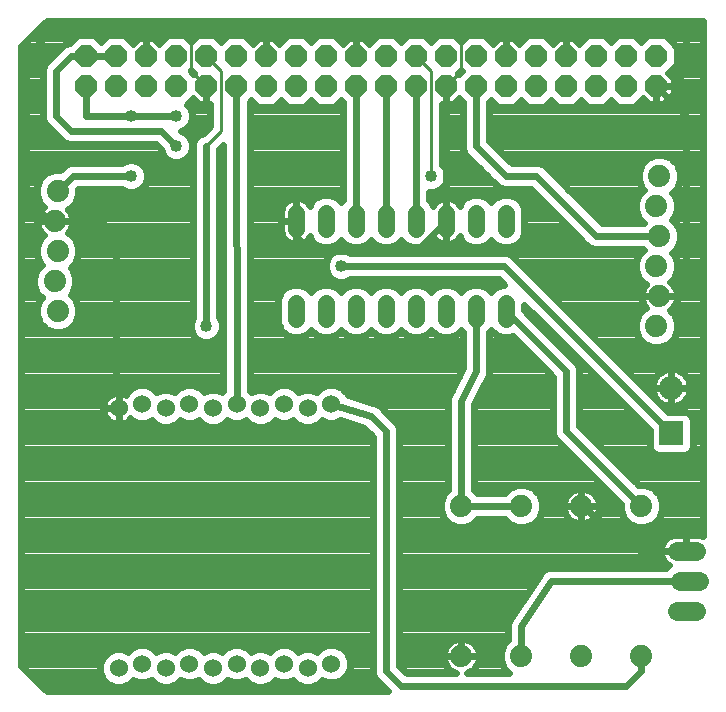
<source format=gbl>
G75*
%MOIN*%
%OFA0B0*%
%FSLAX25Y25*%
%IPPOS*%
%LPD*%
%AMOC8*
5,1,8,0,0,1.08239X$1,22.5*
%
%ADD10C,0.07400*%
%ADD11C,0.05600*%
%ADD12OC8,0.07400*%
%ADD13R,0.08000X0.08000*%
%ADD14C,0.08000*%
%ADD15C,0.06400*%
%ADD16C,0.06000*%
%ADD17C,0.02400*%
%ADD18C,0.01000*%
%ADD19C,0.04000*%
D10*
X0017700Y0132200D03*
X0016700Y0142200D03*
X0017700Y0152200D03*
X0016700Y0162200D03*
X0017700Y0172200D03*
X0152200Y0067200D03*
X0172200Y0067200D03*
X0192200Y0067200D03*
X0212200Y0067200D03*
X0212200Y0017200D03*
X0192200Y0017200D03*
X0172200Y0017200D03*
X0152200Y0017200D03*
X0217200Y0127200D03*
X0218200Y0137200D03*
X0217200Y0147200D03*
X0218200Y0157200D03*
X0217200Y0167200D03*
X0218200Y0177200D03*
D11*
X0167200Y0165000D02*
X0167200Y0159400D01*
X0157200Y0159400D02*
X0157200Y0165000D01*
X0147200Y0165000D02*
X0147200Y0159400D01*
X0137200Y0159400D02*
X0137200Y0165000D01*
X0127200Y0165000D02*
X0127200Y0159400D01*
X0117200Y0159400D02*
X0117200Y0165000D01*
X0107200Y0165000D02*
X0107200Y0159400D01*
X0097200Y0159400D02*
X0097200Y0165000D01*
X0097200Y0135000D02*
X0097200Y0129400D01*
X0107200Y0129400D02*
X0107200Y0135000D01*
X0117200Y0135000D02*
X0117200Y0129400D01*
X0127200Y0129400D02*
X0127200Y0135000D01*
X0137200Y0135000D02*
X0137200Y0129400D01*
X0147200Y0129400D02*
X0147200Y0135000D01*
X0157200Y0135000D02*
X0157200Y0129400D01*
X0167200Y0129400D02*
X0167200Y0135000D01*
D12*
X0167200Y0207200D03*
X0167200Y0217200D03*
X0157200Y0217200D03*
X0157200Y0207200D03*
X0147200Y0207200D03*
X0147200Y0217200D03*
X0137200Y0217200D03*
X0137200Y0207200D03*
X0127200Y0207200D03*
X0127200Y0217200D03*
X0117200Y0217200D03*
X0117200Y0207200D03*
X0107200Y0207200D03*
X0107200Y0217200D03*
X0097200Y0217200D03*
X0097200Y0207200D03*
X0087200Y0207200D03*
X0087200Y0217200D03*
X0077200Y0217200D03*
X0077200Y0207200D03*
X0067200Y0207200D03*
X0067200Y0217200D03*
X0057200Y0217200D03*
X0057200Y0207200D03*
X0047200Y0207200D03*
X0047200Y0217200D03*
X0037200Y0217200D03*
X0037200Y0207200D03*
X0027200Y0207200D03*
X0027200Y0217200D03*
X0177200Y0217200D03*
X0177200Y0207200D03*
X0187200Y0207200D03*
X0187200Y0217200D03*
X0197200Y0217200D03*
X0197200Y0207200D03*
X0207200Y0207200D03*
X0207200Y0217200D03*
X0217200Y0217200D03*
X0217200Y0207200D03*
D13*
X0222200Y0091500D03*
D14*
X0222200Y0106680D03*
D15*
X0224000Y0052200D02*
X0230400Y0052200D01*
X0231400Y0042200D02*
X0225000Y0042200D01*
X0224000Y0032200D02*
X0230400Y0032200D01*
D16*
X0108814Y0014593D03*
X0100940Y0013193D03*
X0093066Y0014593D03*
X0085192Y0013193D03*
X0077318Y0014593D03*
X0069444Y0013193D03*
X0061570Y0014593D03*
X0053696Y0013193D03*
X0045822Y0014593D03*
X0037948Y0013193D03*
X0037948Y0099807D03*
X0045822Y0101207D03*
X0053696Y0099807D03*
X0061570Y0101207D03*
X0069444Y0099807D03*
X0077318Y0101207D03*
X0085192Y0099807D03*
X0093066Y0101207D03*
X0100940Y0099807D03*
X0108814Y0101207D03*
D17*
X0032774Y0009599D02*
X0009801Y0009599D01*
X0007403Y0011997D02*
X0031748Y0011997D01*
X0031748Y0011960D02*
X0032692Y0009681D01*
X0034436Y0007937D01*
X0036715Y0006993D01*
X0039181Y0006993D01*
X0041460Y0007937D01*
X0042699Y0009176D01*
X0044589Y0008393D01*
X0047055Y0008393D01*
X0048945Y0009176D01*
X0050184Y0007937D01*
X0052463Y0006993D01*
X0054929Y0006993D01*
X0057208Y0007937D01*
X0058447Y0009176D01*
X0060337Y0008393D01*
X0062803Y0008393D01*
X0064693Y0009176D01*
X0065932Y0007937D01*
X0068211Y0006993D01*
X0070677Y0006993D01*
X0072956Y0007937D01*
X0074195Y0009176D01*
X0076085Y0008393D01*
X0078551Y0008393D01*
X0080441Y0009176D01*
X0081680Y0007937D01*
X0083959Y0006993D01*
X0086425Y0006993D01*
X0088704Y0007937D01*
X0089943Y0009176D01*
X0091833Y0008393D01*
X0094299Y0008393D01*
X0096189Y0009176D01*
X0097428Y0007937D01*
X0099707Y0006993D01*
X0102173Y0006993D01*
X0104452Y0007937D01*
X0105691Y0009176D01*
X0107581Y0008393D01*
X0110047Y0008393D01*
X0112326Y0009337D01*
X0114070Y0011081D01*
X0115014Y0013360D01*
X0115014Y0015826D01*
X0114070Y0018105D01*
X0112326Y0019849D01*
X0110047Y0020793D01*
X0107581Y0020793D01*
X0105302Y0019849D01*
X0104063Y0018610D01*
X0102173Y0019393D01*
X0099707Y0019393D01*
X0097817Y0018610D01*
X0096578Y0019849D01*
X0094299Y0020793D01*
X0091833Y0020793D01*
X0089554Y0019849D01*
X0088315Y0018610D01*
X0086425Y0019393D01*
X0083959Y0019393D01*
X0082069Y0018610D01*
X0080830Y0019849D01*
X0078551Y0020793D01*
X0076085Y0020793D01*
X0073806Y0019849D01*
X0072567Y0018610D01*
X0070677Y0019393D01*
X0068211Y0019393D01*
X0066321Y0018610D01*
X0065082Y0019849D01*
X0062803Y0020793D01*
X0060337Y0020793D01*
X0058058Y0019849D01*
X0056819Y0018610D01*
X0054929Y0019393D01*
X0052463Y0019393D01*
X0050573Y0018610D01*
X0049334Y0019849D01*
X0047055Y0020793D01*
X0044589Y0020793D01*
X0042310Y0019849D01*
X0041071Y0018610D01*
X0039181Y0019393D01*
X0036715Y0019393D01*
X0034436Y0018449D01*
X0032692Y0016705D01*
X0031748Y0014426D01*
X0031748Y0011960D01*
X0031748Y0014396D02*
X0005400Y0014396D01*
X0005400Y0014000D02*
X0005400Y0220400D01*
X0013961Y0228961D01*
X0232701Y0228961D01*
X0232701Y0057088D01*
X0232473Y0057204D01*
X0231665Y0057467D01*
X0230825Y0057600D01*
X0227200Y0057600D01*
X0227200Y0052200D01*
X0212200Y0052200D01*
X0192200Y0067200D01*
X0192200Y0067200D01*
X0192200Y0073100D01*
X0192664Y0073100D01*
X0193582Y0072955D01*
X0194465Y0072668D01*
X0195292Y0072246D01*
X0196044Y0071700D01*
X0196700Y0071044D01*
X0197246Y0070292D01*
X0197668Y0069465D01*
X0197955Y0068582D01*
X0198100Y0067664D01*
X0198100Y0067200D01*
X0192200Y0067200D01*
X0192200Y0067200D01*
X0192200Y0067200D01*
X0186300Y0067200D01*
X0186300Y0067664D01*
X0186445Y0068582D01*
X0186732Y0069465D01*
X0187154Y0070292D01*
X0187700Y0071044D01*
X0188356Y0071700D01*
X0189108Y0072246D01*
X0189935Y0072668D01*
X0190818Y0072955D01*
X0191736Y0073100D01*
X0192200Y0073100D01*
X0192200Y0067200D01*
X0198100Y0067200D01*
X0198100Y0066736D01*
X0197955Y0065818D01*
X0197668Y0064935D01*
X0197246Y0064108D01*
X0196700Y0063356D01*
X0196044Y0062700D01*
X0195292Y0062154D01*
X0194465Y0061732D01*
X0193582Y0061445D01*
X0192664Y0061300D01*
X0192200Y0061300D01*
X0192200Y0067200D01*
X0192200Y0067200D01*
X0186300Y0067200D01*
X0186300Y0066736D01*
X0186445Y0065818D01*
X0186732Y0064935D01*
X0187154Y0064108D01*
X0187700Y0063356D01*
X0188356Y0062700D01*
X0189108Y0062154D01*
X0189935Y0061732D01*
X0190818Y0061445D01*
X0191736Y0061300D01*
X0192200Y0061300D01*
X0192200Y0067200D01*
X0192200Y0067163D02*
X0192200Y0067163D01*
X0192200Y0069561D02*
X0192200Y0069561D01*
X0192200Y0071960D02*
X0192200Y0071960D01*
X0195686Y0071960D02*
X0201218Y0071960D01*
X0203616Y0069561D02*
X0197619Y0069561D01*
X0198100Y0067163D02*
X0205300Y0067163D01*
X0205300Y0067877D02*
X0205300Y0065827D01*
X0206350Y0063291D01*
X0208291Y0061350D01*
X0210827Y0060300D01*
X0213572Y0060300D01*
X0216109Y0061350D01*
X0218050Y0063291D01*
X0219100Y0065827D01*
X0219100Y0068572D01*
X0218050Y0071109D01*
X0216109Y0073050D01*
X0213572Y0074100D01*
X0211523Y0074100D01*
X0191600Y0094023D01*
X0191600Y0113075D01*
X0190930Y0114692D01*
X0173200Y0132423D01*
X0173200Y0134277D01*
X0215000Y0092477D01*
X0215000Y0086863D01*
X0215487Y0085687D01*
X0216387Y0084787D01*
X0217563Y0084300D01*
X0226837Y0084300D01*
X0228013Y0084787D01*
X0228913Y0085687D01*
X0229400Y0086863D01*
X0229400Y0096137D01*
X0228913Y0097313D01*
X0228013Y0098213D01*
X0226837Y0098700D01*
X0221223Y0098700D01*
X0170230Y0149692D01*
X0168992Y0150930D01*
X0167375Y0151600D01*
X0115154Y0151600D01*
X0115146Y0151608D01*
X0113234Y0152400D01*
X0111166Y0152400D01*
X0109254Y0151608D01*
X0107792Y0150146D01*
X0107000Y0148234D01*
X0107000Y0146166D01*
X0107792Y0144254D01*
X0109254Y0142792D01*
X0111166Y0142000D01*
X0113234Y0142000D01*
X0115146Y0142792D01*
X0115154Y0142800D01*
X0164677Y0142800D01*
X0166477Y0141000D01*
X0166007Y0141000D01*
X0163801Y0140087D01*
X0162200Y0138485D01*
X0160599Y0140087D01*
X0158393Y0141000D01*
X0156007Y0141000D01*
X0153801Y0140087D01*
X0152200Y0138485D01*
X0150599Y0140087D01*
X0148393Y0141000D01*
X0146007Y0141000D01*
X0143801Y0140087D01*
X0142200Y0138485D01*
X0140599Y0140087D01*
X0138393Y0141000D01*
X0136007Y0141000D01*
X0133801Y0140087D01*
X0132200Y0138485D01*
X0130599Y0140087D01*
X0128393Y0141000D01*
X0126007Y0141000D01*
X0123801Y0140087D01*
X0122200Y0138485D01*
X0120599Y0140087D01*
X0118393Y0141000D01*
X0116007Y0141000D01*
X0113801Y0140087D01*
X0112200Y0138485D01*
X0110599Y0140087D01*
X0108393Y0141000D01*
X0106007Y0141000D01*
X0103801Y0140087D01*
X0102200Y0138485D01*
X0100599Y0140087D01*
X0098393Y0141000D01*
X0096007Y0141000D01*
X0093801Y0140087D01*
X0092113Y0138399D01*
X0091200Y0136193D01*
X0091200Y0128207D01*
X0092113Y0126001D01*
X0093801Y0124313D01*
X0096007Y0123400D01*
X0098393Y0123400D01*
X0100599Y0124313D01*
X0102200Y0125915D01*
X0103801Y0124313D01*
X0106007Y0123400D01*
X0108393Y0123400D01*
X0110599Y0124313D01*
X0112200Y0125915D01*
X0113801Y0124313D01*
X0116007Y0123400D01*
X0118393Y0123400D01*
X0120599Y0124313D01*
X0122200Y0125915D01*
X0123801Y0124313D01*
X0126007Y0123400D01*
X0128393Y0123400D01*
X0130599Y0124313D01*
X0132200Y0125915D01*
X0133801Y0124313D01*
X0136007Y0123400D01*
X0138393Y0123400D01*
X0140599Y0124313D01*
X0142200Y0125915D01*
X0143801Y0124313D01*
X0146007Y0123400D01*
X0148393Y0123400D01*
X0150599Y0124313D01*
X0152200Y0125915D01*
X0152800Y0125315D01*
X0152800Y0113239D01*
X0148584Y0104806D01*
X0148470Y0104692D01*
X0148195Y0104028D01*
X0147873Y0103385D01*
X0147862Y0103224D01*
X0147800Y0103075D01*
X0147800Y0102356D01*
X0147749Y0101639D01*
X0147800Y0101486D01*
X0147800Y0072558D01*
X0146350Y0071109D01*
X0145300Y0068572D01*
X0145300Y0065827D01*
X0146350Y0063291D01*
X0148291Y0061350D01*
X0150827Y0060300D01*
X0153572Y0060300D01*
X0156109Y0061350D01*
X0157558Y0062800D01*
X0166842Y0062800D01*
X0168291Y0061350D01*
X0170827Y0060300D01*
X0173572Y0060300D01*
X0176109Y0061350D01*
X0178050Y0063291D01*
X0179100Y0065827D01*
X0179100Y0068572D01*
X0178050Y0071109D01*
X0176109Y0073050D01*
X0173572Y0074100D01*
X0170827Y0074100D01*
X0168291Y0073050D01*
X0166842Y0071600D01*
X0157558Y0071600D01*
X0156600Y0072558D01*
X0156600Y0101161D01*
X0160816Y0109594D01*
X0160930Y0109708D01*
X0161205Y0110372D01*
X0161527Y0111015D01*
X0161538Y0111176D01*
X0161600Y0111325D01*
X0161600Y0112044D01*
X0161651Y0112761D01*
X0161600Y0112914D01*
X0161600Y0125315D01*
X0162200Y0125915D01*
X0163801Y0124313D01*
X0166007Y0123400D01*
X0168393Y0123400D01*
X0169372Y0123805D01*
X0182800Y0110377D01*
X0182800Y0091325D01*
X0183470Y0089708D01*
X0184708Y0088470D01*
X0205300Y0067877D01*
X0205740Y0064764D02*
X0197581Y0064764D01*
X0195584Y0062366D02*
X0207276Y0062366D01*
X0212200Y0067200D02*
X0187200Y0092200D01*
X0187200Y0112200D01*
X0167200Y0132200D01*
X0173700Y0131923D02*
X0175555Y0131923D01*
X0176098Y0129524D02*
X0177953Y0129524D01*
X0178497Y0127126D02*
X0180352Y0127126D01*
X0180895Y0124727D02*
X0182750Y0124727D01*
X0183294Y0122329D02*
X0185149Y0122329D01*
X0185692Y0119930D02*
X0187547Y0119930D01*
X0188091Y0117532D02*
X0189946Y0117532D01*
X0190490Y0115133D02*
X0192344Y0115133D01*
X0191600Y0112734D02*
X0194743Y0112734D01*
X0197141Y0110336D02*
X0191600Y0110336D01*
X0191600Y0107937D02*
X0199540Y0107937D01*
X0201938Y0105539D02*
X0191600Y0105539D01*
X0191600Y0103140D02*
X0204337Y0103140D01*
X0206736Y0100742D02*
X0191600Y0100742D01*
X0191600Y0098343D02*
X0209134Y0098343D01*
X0211533Y0095945D02*
X0191600Y0095945D01*
X0192076Y0093546D02*
X0213931Y0093546D01*
X0215000Y0091148D02*
X0194475Y0091148D01*
X0196873Y0088749D02*
X0215000Y0088749D01*
X0215212Y0086351D02*
X0199272Y0086351D01*
X0201670Y0083952D02*
X0232701Y0083952D01*
X0232701Y0081554D02*
X0204069Y0081554D01*
X0206467Y0079155D02*
X0232701Y0079155D01*
X0232701Y0076757D02*
X0208866Y0076757D01*
X0211264Y0074358D02*
X0232701Y0074358D01*
X0232701Y0071960D02*
X0217198Y0071960D01*
X0218690Y0069561D02*
X0232701Y0069561D01*
X0232701Y0067163D02*
X0219100Y0067163D01*
X0218660Y0064764D02*
X0232701Y0064764D01*
X0232701Y0062366D02*
X0217124Y0062366D01*
X0221170Y0056818D02*
X0220482Y0056319D01*
X0219881Y0055718D01*
X0219382Y0055030D01*
X0218996Y0054273D01*
X0218733Y0053465D01*
X0218600Y0052625D01*
X0218600Y0052200D01*
X0227200Y0052200D01*
X0227200Y0052200D01*
X0227200Y0052200D01*
X0227200Y0057600D01*
X0223575Y0057600D01*
X0222735Y0057467D01*
X0221927Y0057204D01*
X0221170Y0056818D01*
X0223378Y0057569D02*
X0131600Y0057569D01*
X0131600Y0059967D02*
X0232701Y0059967D01*
X0232701Y0057569D02*
X0231022Y0057569D01*
X0227200Y0057569D02*
X0227200Y0057569D01*
X0227200Y0055170D02*
X0227200Y0055170D01*
X0227200Y0052772D02*
X0227200Y0052772D01*
X0227200Y0052200D02*
X0218600Y0052200D01*
X0218600Y0051775D01*
X0218733Y0050935D01*
X0218996Y0050127D01*
X0219382Y0049370D01*
X0219881Y0048682D01*
X0220482Y0048081D01*
X0221170Y0047582D01*
X0221276Y0047527D01*
X0220349Y0046600D01*
X0182631Y0046600D01*
X0182195Y0046686D01*
X0181764Y0046600D01*
X0181325Y0046600D01*
X0180914Y0046430D01*
X0180479Y0046343D01*
X0180114Y0046098D01*
X0179708Y0045930D01*
X0179394Y0045616D01*
X0179024Y0045369D01*
X0178781Y0045003D01*
X0178470Y0044692D01*
X0178300Y0044282D01*
X0168781Y0030003D01*
X0168470Y0029692D01*
X0168300Y0029282D01*
X0168053Y0028912D01*
X0167968Y0028481D01*
X0167800Y0028075D01*
X0167800Y0027631D01*
X0167714Y0027195D01*
X0167800Y0026764D01*
X0167800Y0022558D01*
X0166350Y0021109D01*
X0165300Y0018572D01*
X0165300Y0015827D01*
X0166350Y0013291D01*
X0168042Y0011600D01*
X0154058Y0011600D01*
X0154465Y0011732D01*
X0155292Y0012154D01*
X0156044Y0012700D01*
X0156700Y0013356D01*
X0157246Y0014108D01*
X0157668Y0014935D01*
X0157955Y0015818D01*
X0158100Y0016736D01*
X0158100Y0017200D01*
X0158100Y0017664D01*
X0157955Y0018582D01*
X0157668Y0019465D01*
X0157246Y0020292D01*
X0156700Y0021044D01*
X0156044Y0021700D01*
X0155292Y0022246D01*
X0154465Y0022668D01*
X0153582Y0022955D01*
X0152664Y0023100D01*
X0152200Y0023100D01*
X0152200Y0017200D01*
X0152200Y0017200D01*
X0158100Y0017200D01*
X0152200Y0017200D01*
X0152200Y0017200D01*
X0152200Y0017200D01*
X0146300Y0017200D01*
X0146300Y0017664D01*
X0146445Y0018582D01*
X0146732Y0019465D01*
X0147154Y0020292D01*
X0147700Y0021044D01*
X0148356Y0021700D01*
X0149108Y0022246D01*
X0149935Y0022668D01*
X0150818Y0022955D01*
X0151736Y0023100D01*
X0152200Y0023100D01*
X0152200Y0017200D01*
X0146300Y0017200D01*
X0146300Y0016736D01*
X0146445Y0015818D01*
X0146732Y0014935D01*
X0147154Y0014108D01*
X0147700Y0013356D01*
X0148356Y0012700D01*
X0149108Y0012154D01*
X0149935Y0011732D01*
X0150342Y0011600D01*
X0134023Y0011600D01*
X0131600Y0014023D01*
X0131600Y0093075D01*
X0130930Y0094692D01*
X0125767Y0099856D01*
X0125657Y0100059D01*
X0125153Y0100470D01*
X0124692Y0100930D01*
X0124479Y0101018D01*
X0124300Y0101164D01*
X0123677Y0101351D01*
X0123075Y0101600D01*
X0122844Y0101600D01*
X0114303Y0104157D01*
X0114070Y0104719D01*
X0112326Y0106463D01*
X0110047Y0107407D01*
X0107581Y0107407D01*
X0105302Y0106463D01*
X0104063Y0105224D01*
X0102173Y0106007D01*
X0099707Y0106007D01*
X0097817Y0105224D01*
X0096578Y0106463D01*
X0094299Y0107407D01*
X0091833Y0107407D01*
X0089554Y0106463D01*
X0088315Y0105224D01*
X0086425Y0106007D01*
X0083959Y0106007D01*
X0082069Y0105224D01*
X0081713Y0105580D01*
X0081606Y0201848D01*
X0082200Y0202442D01*
X0084342Y0200300D01*
X0090058Y0200300D01*
X0092200Y0202442D01*
X0094342Y0200300D01*
X0100058Y0200300D01*
X0102200Y0202442D01*
X0104342Y0200300D01*
X0110058Y0200300D01*
X0112200Y0202442D01*
X0112800Y0201842D01*
X0112800Y0169085D01*
X0112200Y0168485D01*
X0110599Y0170087D01*
X0108393Y0171000D01*
X0106007Y0171000D01*
X0103801Y0170087D01*
X0102113Y0168399D01*
X0101650Y0167280D01*
X0101476Y0167621D01*
X0101014Y0168257D01*
X0100457Y0168814D01*
X0099821Y0169276D01*
X0099119Y0169634D01*
X0098371Y0169877D01*
X0097594Y0170000D01*
X0097200Y0170000D01*
X0097200Y0162200D01*
X0097200Y0157200D01*
X0102200Y0152200D01*
X0137200Y0152200D01*
X0147200Y0162200D01*
X0147200Y0207200D01*
X0147200Y0201300D01*
X0149644Y0201300D01*
X0151493Y0203149D01*
X0152800Y0201842D01*
X0152800Y0186325D01*
X0153470Y0184708D01*
X0163470Y0174708D01*
X0164708Y0173470D01*
X0166325Y0172800D01*
X0175377Y0172800D01*
X0193470Y0154708D01*
X0194708Y0153470D01*
X0196325Y0152800D01*
X0212842Y0152800D01*
X0212942Y0152700D01*
X0211350Y0151109D01*
X0210300Y0148572D01*
X0210300Y0145827D01*
X0211350Y0143291D01*
X0213291Y0141350D01*
X0213797Y0141141D01*
X0213700Y0141044D01*
X0213154Y0140292D01*
X0212732Y0139465D01*
X0212445Y0138582D01*
X0212300Y0137664D01*
X0212300Y0137200D01*
X0218200Y0137200D01*
X0227200Y0137200D01*
X0227200Y0197200D01*
X0217200Y0207200D01*
X0222200Y0207200D01*
X0227200Y0212200D01*
X0227200Y0222200D01*
X0222200Y0227200D01*
X0192200Y0227200D01*
X0187200Y0222200D01*
X0182200Y0227200D01*
X0172200Y0227200D01*
X0167200Y0222200D01*
X0167200Y0217200D01*
X0167200Y0217200D01*
X0167200Y0223100D01*
X0169644Y0223100D01*
X0171493Y0221251D01*
X0174342Y0224100D01*
X0180058Y0224100D01*
X0182907Y0221251D01*
X0184756Y0223100D01*
X0187200Y0223100D01*
X0187200Y0217200D01*
X0187200Y0222200D01*
X0187200Y0223066D02*
X0187200Y0223066D01*
X0187200Y0223100D02*
X0187200Y0217200D01*
X0187200Y0217200D01*
X0187200Y0218269D02*
X0187200Y0218269D01*
X0187200Y0220668D02*
X0187200Y0220668D01*
X0187200Y0223100D02*
X0189644Y0223100D01*
X0191493Y0221251D01*
X0194342Y0224100D01*
X0200058Y0224100D01*
X0202200Y0221958D01*
X0204342Y0224100D01*
X0210058Y0224100D01*
X0212200Y0221958D01*
X0214342Y0224100D01*
X0220058Y0224100D01*
X0224100Y0220058D01*
X0224100Y0214342D01*
X0221251Y0211493D01*
X0223100Y0209644D01*
X0223100Y0207200D01*
X0217200Y0207200D01*
X0217200Y0207200D01*
X0223100Y0207200D01*
X0223100Y0204756D01*
X0219644Y0201300D01*
X0217200Y0201300D01*
X0217200Y0207200D01*
X0217200Y0207200D01*
X0217200Y0201300D01*
X0214756Y0201300D01*
X0212907Y0203149D01*
X0210058Y0200300D01*
X0204342Y0200300D01*
X0202200Y0202442D01*
X0200058Y0200300D01*
X0194342Y0200300D01*
X0192200Y0202442D01*
X0190058Y0200300D01*
X0184342Y0200300D01*
X0182200Y0202442D01*
X0180058Y0200300D01*
X0174342Y0200300D01*
X0172200Y0202442D01*
X0170058Y0200300D01*
X0164342Y0200300D01*
X0162200Y0202442D01*
X0161600Y0201842D01*
X0161600Y0189023D01*
X0169023Y0181600D01*
X0178075Y0181600D01*
X0179692Y0180930D01*
X0199023Y0161600D01*
X0212842Y0161600D01*
X0212942Y0161700D01*
X0211350Y0163291D01*
X0210300Y0165827D01*
X0210300Y0168572D01*
X0211350Y0171109D01*
X0212942Y0172700D01*
X0212350Y0173291D01*
X0211300Y0175827D01*
X0211300Y0178572D01*
X0212350Y0181109D01*
X0214291Y0183050D01*
X0216827Y0184100D01*
X0219572Y0184100D01*
X0222109Y0183050D01*
X0224050Y0181109D01*
X0225100Y0178572D01*
X0225100Y0175827D01*
X0224050Y0173291D01*
X0222458Y0171700D01*
X0223050Y0171109D01*
X0224100Y0168572D01*
X0224100Y0165827D01*
X0223050Y0163291D01*
X0222458Y0162700D01*
X0224050Y0161109D01*
X0225100Y0158572D01*
X0225100Y0155827D01*
X0224050Y0153291D01*
X0222458Y0151700D01*
X0223050Y0151109D01*
X0224100Y0148572D01*
X0224100Y0145827D01*
X0223050Y0143291D01*
X0221705Y0141947D01*
X0222044Y0141700D01*
X0222700Y0141044D01*
X0223246Y0140292D01*
X0223668Y0139465D01*
X0223955Y0138582D01*
X0224100Y0137664D01*
X0224100Y0137200D01*
X0218200Y0137200D01*
X0218200Y0137200D01*
X0224100Y0137200D01*
X0224100Y0136736D01*
X0223955Y0135818D01*
X0223668Y0134935D01*
X0223246Y0134108D01*
X0222700Y0133356D01*
X0222044Y0132700D01*
X0221705Y0132453D01*
X0223050Y0131109D01*
X0224100Y0128572D01*
X0224100Y0125827D01*
X0223050Y0123291D01*
X0221109Y0121350D01*
X0218572Y0120300D01*
X0215827Y0120300D01*
X0213291Y0121350D01*
X0211350Y0123291D01*
X0210300Y0125827D01*
X0210300Y0128572D01*
X0211350Y0131109D01*
X0213291Y0133050D01*
X0213797Y0133259D01*
X0213700Y0133356D01*
X0213154Y0134108D01*
X0212732Y0134935D01*
X0212445Y0135818D01*
X0212300Y0136736D01*
X0212300Y0137200D01*
X0218200Y0137200D01*
X0218200Y0137200D01*
X0212620Y0139118D02*
X0180804Y0139118D01*
X0178406Y0141517D02*
X0213125Y0141517D01*
X0211092Y0143915D02*
X0176007Y0143915D01*
X0173609Y0146314D02*
X0210300Y0146314D01*
X0210358Y0148712D02*
X0171210Y0148712D01*
X0168557Y0151111D02*
X0211353Y0151111D01*
X0218200Y0157200D02*
X0197200Y0157200D01*
X0177200Y0177200D01*
X0167200Y0177200D01*
X0157200Y0187200D01*
X0157200Y0207200D01*
X0152442Y0212200D02*
X0151493Y0211251D01*
X0151251Y0211493D01*
X0152200Y0212442D01*
X0152442Y0212200D01*
X0147200Y0207200D02*
X0147200Y0207200D01*
X0147200Y0201300D01*
X0145900Y0201300D01*
X0145900Y0180854D01*
X0146608Y0180146D01*
X0147400Y0178234D01*
X0147400Y0176166D01*
X0146608Y0174254D01*
X0145146Y0172792D01*
X0143234Y0172000D01*
X0141600Y0172000D01*
X0141600Y0169085D01*
X0142287Y0168399D01*
X0142750Y0167280D01*
X0142924Y0167621D01*
X0143386Y0168257D01*
X0143943Y0168814D01*
X0144579Y0169276D01*
X0145281Y0169634D01*
X0146029Y0169877D01*
X0146806Y0170000D01*
X0147200Y0170000D01*
X0147200Y0162200D01*
X0147200Y0162200D01*
X0147200Y0170000D01*
X0147594Y0170000D01*
X0148371Y0169877D01*
X0149119Y0169634D01*
X0149821Y0169276D01*
X0150457Y0168814D01*
X0151014Y0168257D01*
X0151476Y0167621D01*
X0151650Y0167280D01*
X0152113Y0168399D01*
X0153801Y0170087D01*
X0156007Y0171000D01*
X0158393Y0171000D01*
X0160599Y0170087D01*
X0162200Y0168485D01*
X0163801Y0170087D01*
X0166007Y0171000D01*
X0168393Y0171000D01*
X0170599Y0170087D01*
X0172287Y0168399D01*
X0173200Y0166193D01*
X0173200Y0158207D01*
X0172287Y0156001D01*
X0170599Y0154313D01*
X0168393Y0153400D01*
X0166007Y0153400D01*
X0163801Y0154313D01*
X0162200Y0155915D01*
X0160599Y0154313D01*
X0158393Y0153400D01*
X0156007Y0153400D01*
X0153801Y0154313D01*
X0152113Y0156001D01*
X0151650Y0157120D01*
X0151476Y0156779D01*
X0151014Y0156143D01*
X0150457Y0155586D01*
X0149821Y0155124D01*
X0149119Y0154766D01*
X0148371Y0154523D01*
X0147594Y0154400D01*
X0147200Y0154400D01*
X0147200Y0162200D01*
X0147200Y0162200D01*
X0147200Y0154400D01*
X0146806Y0154400D01*
X0146029Y0154523D01*
X0145281Y0154766D01*
X0144579Y0155124D01*
X0143943Y0155586D01*
X0143386Y0156143D01*
X0142924Y0156779D01*
X0142750Y0157120D01*
X0142287Y0156001D01*
X0140599Y0154313D01*
X0138393Y0153400D01*
X0136007Y0153400D01*
X0133801Y0154313D01*
X0132200Y0155915D01*
X0130599Y0154313D01*
X0128393Y0153400D01*
X0126007Y0153400D01*
X0123801Y0154313D01*
X0122200Y0155915D01*
X0120599Y0154313D01*
X0118393Y0153400D01*
X0116007Y0153400D01*
X0113801Y0154313D01*
X0112200Y0155915D01*
X0110599Y0154313D01*
X0108393Y0153400D01*
X0106007Y0153400D01*
X0103801Y0154313D01*
X0102113Y0156001D01*
X0101650Y0157120D01*
X0101476Y0156779D01*
X0101014Y0156143D01*
X0100457Y0155586D01*
X0099821Y0155124D01*
X0099119Y0154766D01*
X0098371Y0154523D01*
X0097594Y0154400D01*
X0097200Y0154400D01*
X0097200Y0162200D01*
X0097200Y0162200D01*
X0097200Y0162200D01*
X0097200Y0162200D01*
X0092200Y0162200D01*
X0092200Y0165394D01*
X0092323Y0166171D01*
X0092566Y0166919D01*
X0092924Y0167621D01*
X0093386Y0168257D01*
X0093943Y0168814D01*
X0094579Y0169276D01*
X0095281Y0169634D01*
X0096029Y0169877D01*
X0096806Y0170000D01*
X0097200Y0170000D01*
X0097200Y0162200D01*
X0097200Y0154400D01*
X0096806Y0154400D01*
X0096029Y0154523D01*
X0095281Y0154766D01*
X0094579Y0155124D01*
X0093943Y0155586D01*
X0093386Y0156143D01*
X0092924Y0156779D01*
X0092566Y0157481D01*
X0092323Y0158229D01*
X0092200Y0159006D01*
X0092200Y0162200D01*
X0097200Y0162200D01*
X0097200Y0163103D02*
X0097200Y0163103D01*
X0097200Y0160705D02*
X0097200Y0160705D01*
X0097200Y0158306D02*
X0097200Y0158306D01*
X0097200Y0155908D02*
X0097200Y0155908D01*
X0093621Y0155908D02*
X0081657Y0155908D01*
X0081654Y0158306D02*
X0092311Y0158306D01*
X0092200Y0160705D02*
X0081652Y0160705D01*
X0081649Y0163103D02*
X0092200Y0163103D01*
X0092217Y0165502D02*
X0081646Y0165502D01*
X0081644Y0167900D02*
X0093127Y0167900D01*
X0097200Y0167900D02*
X0097200Y0167900D01*
X0097200Y0165502D02*
X0097200Y0165502D01*
X0101273Y0167900D02*
X0101907Y0167900D01*
X0104314Y0170299D02*
X0081641Y0170299D01*
X0081638Y0172697D02*
X0112800Y0172697D01*
X0112800Y0170299D02*
X0110086Y0170299D01*
X0112800Y0175096D02*
X0081636Y0175096D01*
X0081633Y0177494D02*
X0112800Y0177494D01*
X0112800Y0179893D02*
X0081630Y0179893D01*
X0081628Y0182291D02*
X0112800Y0182291D01*
X0112800Y0184690D02*
X0081625Y0184690D01*
X0081622Y0187088D02*
X0112800Y0187088D01*
X0112800Y0189487D02*
X0081620Y0189487D01*
X0081617Y0191885D02*
X0112800Y0191885D01*
X0112800Y0194284D02*
X0081614Y0194284D01*
X0081612Y0196682D02*
X0112800Y0196682D01*
X0112800Y0199081D02*
X0081609Y0199081D01*
X0081606Y0201479D02*
X0083163Y0201479D01*
X0091237Y0201479D02*
X0093163Y0201479D01*
X0101237Y0201479D02*
X0103163Y0201479D01*
X0111237Y0201479D02*
X0112800Y0201479D01*
X0117200Y0207200D02*
X0117200Y0162200D01*
X0122193Y0155908D02*
X0122207Y0155908D01*
X0125743Y0153509D02*
X0118657Y0153509D01*
X0115743Y0153509D02*
X0108657Y0153509D01*
X0108757Y0151111D02*
X0081663Y0151111D01*
X0081660Y0153509D02*
X0105743Y0153509D01*
X0102207Y0155908D02*
X0100779Y0155908D01*
X0107198Y0148712D02*
X0081665Y0148712D01*
X0081668Y0146314D02*
X0107000Y0146314D01*
X0108131Y0143915D02*
X0081671Y0143915D01*
X0081673Y0141517D02*
X0165961Y0141517D01*
X0162833Y0139118D02*
X0161567Y0139118D01*
X0157200Y0132200D02*
X0157200Y0112200D01*
X0152200Y0102200D01*
X0152200Y0067200D01*
X0172200Y0067200D01*
X0177124Y0062366D02*
X0188816Y0062366D01*
X0186819Y0064764D02*
X0178660Y0064764D01*
X0179100Y0067163D02*
X0186300Y0067163D01*
X0186781Y0069561D02*
X0178690Y0069561D01*
X0177198Y0071960D02*
X0188714Y0071960D01*
X0192200Y0064764D02*
X0192200Y0064764D01*
X0192200Y0062366D02*
X0192200Y0062366D01*
X0198819Y0074358D02*
X0156600Y0074358D01*
X0156600Y0076757D02*
X0196421Y0076757D01*
X0194022Y0079155D02*
X0156600Y0079155D01*
X0156600Y0081554D02*
X0191624Y0081554D01*
X0189225Y0083952D02*
X0156600Y0083952D01*
X0156600Y0086351D02*
X0186827Y0086351D01*
X0184428Y0088749D02*
X0156600Y0088749D01*
X0156600Y0091148D02*
X0182873Y0091148D01*
X0182800Y0093546D02*
X0156600Y0093546D01*
X0156600Y0095945D02*
X0182800Y0095945D01*
X0182800Y0098343D02*
X0156600Y0098343D01*
X0156600Y0100742D02*
X0182800Y0100742D01*
X0182800Y0103140D02*
X0157590Y0103140D01*
X0158789Y0105539D02*
X0182800Y0105539D01*
X0182800Y0107937D02*
X0159988Y0107937D01*
X0161190Y0110336D02*
X0182800Y0110336D01*
X0180443Y0112734D02*
X0161649Y0112734D01*
X0161600Y0115133D02*
X0178044Y0115133D01*
X0175646Y0117532D02*
X0161600Y0117532D01*
X0161600Y0119930D02*
X0173247Y0119930D01*
X0170849Y0122329D02*
X0161600Y0122329D01*
X0161600Y0124727D02*
X0163388Y0124727D01*
X0152800Y0124727D02*
X0151012Y0124727D01*
X0152800Y0122329D02*
X0081695Y0122329D01*
X0081692Y0124727D02*
X0093388Y0124727D01*
X0091648Y0127126D02*
X0081689Y0127126D01*
X0081687Y0129524D02*
X0091200Y0129524D01*
X0091200Y0131923D02*
X0081684Y0131923D01*
X0081681Y0134321D02*
X0091200Y0134321D01*
X0091418Y0136720D02*
X0081679Y0136720D01*
X0081676Y0139118D02*
X0092833Y0139118D01*
X0101567Y0139118D02*
X0102833Y0139118D01*
X0111567Y0139118D02*
X0112833Y0139118D01*
X0112200Y0147200D02*
X0166500Y0147200D01*
X0222200Y0091500D01*
X0227697Y0098343D02*
X0232701Y0098343D01*
X0232701Y0095945D02*
X0229400Y0095945D01*
X0229400Y0093546D02*
X0232701Y0093546D01*
X0232701Y0091148D02*
X0229400Y0091148D01*
X0229400Y0088749D02*
X0232701Y0088749D01*
X0232701Y0086351D02*
X0229188Y0086351D01*
X0232701Y0100742D02*
X0223990Y0100742D01*
X0223652Y0100632D02*
X0224580Y0100934D01*
X0225450Y0101377D01*
X0226239Y0101950D01*
X0226929Y0102640D01*
X0227503Y0103430D01*
X0227946Y0104300D01*
X0228247Y0105228D01*
X0228400Y0106192D01*
X0228400Y0106679D01*
X0222200Y0106679D01*
X0222200Y0100480D01*
X0222200Y0106679D01*
X0222200Y0106679D01*
X0216000Y0106679D01*
X0216000Y0106192D01*
X0216153Y0105228D01*
X0216454Y0104300D01*
X0216897Y0103430D01*
X0217471Y0102640D01*
X0218161Y0101950D01*
X0218950Y0101377D01*
X0219820Y0100934D01*
X0220748Y0100632D01*
X0221712Y0100480D01*
X0222200Y0100480D01*
X0222688Y0100480D01*
X0223652Y0100632D01*
X0222200Y0100742D02*
X0222200Y0100742D01*
X0220410Y0100742D02*
X0219181Y0100742D01*
X0217108Y0103140D02*
X0216782Y0103140D01*
X0216103Y0105539D02*
X0214384Y0105539D01*
X0216000Y0106680D02*
X0222200Y0106680D01*
X0222200Y0112880D01*
X0221712Y0112880D01*
X0220748Y0112727D01*
X0219820Y0112425D01*
X0218950Y0111982D01*
X0218161Y0111409D01*
X0217471Y0110719D01*
X0216897Y0109929D01*
X0216454Y0109059D01*
X0216153Y0108131D01*
X0216000Y0107167D01*
X0216000Y0106680D01*
X0216122Y0107937D02*
X0211985Y0107937D01*
X0209587Y0110336D02*
X0217193Y0110336D01*
X0220796Y0112734D02*
X0207188Y0112734D01*
X0204790Y0115133D02*
X0232701Y0115133D01*
X0232701Y0112734D02*
X0223604Y0112734D01*
X0223652Y0112727D02*
X0222688Y0112880D01*
X0222200Y0112880D01*
X0222200Y0106680D01*
X0222200Y0106680D01*
X0222200Y0106679D01*
X0222200Y0106680D01*
X0228400Y0106680D01*
X0228400Y0107167D01*
X0228247Y0108131D01*
X0227946Y0109059D01*
X0227503Y0109929D01*
X0226929Y0110719D01*
X0226239Y0111409D01*
X0225450Y0111982D01*
X0224580Y0112425D01*
X0223652Y0112727D01*
X0222200Y0112734D02*
X0222200Y0112734D01*
X0222200Y0110336D02*
X0222200Y0110336D01*
X0222200Y0107937D02*
X0222200Y0107937D01*
X0222200Y0105539D02*
X0222200Y0105539D01*
X0222200Y0103140D02*
X0222200Y0103140D01*
X0227292Y0103140D02*
X0232701Y0103140D01*
X0232701Y0105539D02*
X0228297Y0105539D01*
X0228278Y0107937D02*
X0232701Y0107937D01*
X0232701Y0110336D02*
X0227207Y0110336D01*
X0232701Y0117532D02*
X0202391Y0117532D01*
X0199992Y0119930D02*
X0232701Y0119930D01*
X0232701Y0122329D02*
X0222087Y0122329D01*
X0223644Y0124727D02*
X0232701Y0124727D01*
X0232701Y0127126D02*
X0224100Y0127126D01*
X0223706Y0129524D02*
X0232701Y0129524D01*
X0232701Y0131923D02*
X0222235Y0131923D01*
X0223355Y0134321D02*
X0232701Y0134321D01*
X0232701Y0136720D02*
X0224097Y0136720D01*
X0223780Y0139118D02*
X0232701Y0139118D01*
X0232701Y0141517D02*
X0222227Y0141517D01*
X0223308Y0143915D02*
X0232701Y0143915D01*
X0232701Y0146314D02*
X0224100Y0146314D01*
X0224042Y0148712D02*
X0232701Y0148712D01*
X0232701Y0151111D02*
X0223047Y0151111D01*
X0224140Y0153509D02*
X0232701Y0153509D01*
X0232701Y0155908D02*
X0225100Y0155908D01*
X0225100Y0158306D02*
X0232701Y0158306D01*
X0232701Y0160705D02*
X0224217Y0160705D01*
X0222861Y0163103D02*
X0232701Y0163103D01*
X0232701Y0165502D02*
X0223965Y0165502D01*
X0224100Y0167900D02*
X0232701Y0167900D01*
X0232701Y0170299D02*
X0223385Y0170299D01*
X0223455Y0172697D02*
X0232701Y0172697D01*
X0232701Y0175096D02*
X0224797Y0175096D01*
X0225100Y0177494D02*
X0232701Y0177494D01*
X0232701Y0179893D02*
X0224553Y0179893D01*
X0222867Y0182291D02*
X0232701Y0182291D01*
X0232701Y0184690D02*
X0165933Y0184690D01*
X0168331Y0182291D02*
X0213533Y0182291D01*
X0211847Y0179893D02*
X0180730Y0179893D01*
X0183128Y0177494D02*
X0211300Y0177494D01*
X0211603Y0175096D02*
X0185527Y0175096D01*
X0187925Y0172697D02*
X0212939Y0172697D01*
X0211015Y0170299D02*
X0190324Y0170299D01*
X0192722Y0167900D02*
X0210300Y0167900D01*
X0210435Y0165502D02*
X0195121Y0165502D01*
X0197519Y0163103D02*
X0211539Y0163103D01*
X0194668Y0153509D02*
X0168657Y0153509D01*
X0165743Y0153509D02*
X0158657Y0153509D01*
X0155743Y0153509D02*
X0138657Y0153509D01*
X0142193Y0155908D02*
X0143621Y0155908D01*
X0147200Y0155908D02*
X0147200Y0155908D01*
X0147200Y0158306D02*
X0147200Y0158306D01*
X0147200Y0160705D02*
X0147200Y0160705D01*
X0147200Y0163103D02*
X0147200Y0163103D01*
X0147200Y0165502D02*
X0147200Y0165502D01*
X0147200Y0167900D02*
X0147200Y0167900D01*
X0143127Y0167900D02*
X0142493Y0167900D01*
X0141600Y0170299D02*
X0154314Y0170299D01*
X0151907Y0167900D02*
X0151273Y0167900D01*
X0144918Y0172697D02*
X0175480Y0172697D01*
X0177879Y0170299D02*
X0170086Y0170299D01*
X0172493Y0167900D02*
X0180277Y0167900D01*
X0182676Y0165502D02*
X0173200Y0165502D01*
X0173200Y0163103D02*
X0185074Y0163103D01*
X0187473Y0160705D02*
X0173200Y0160705D01*
X0173200Y0158306D02*
X0189871Y0158306D01*
X0192270Y0155908D02*
X0172193Y0155908D01*
X0162207Y0155908D02*
X0162193Y0155908D01*
X0152207Y0155908D02*
X0150779Y0155908D01*
X0137200Y0162200D02*
X0137200Y0207200D01*
X0127200Y0207200D02*
X0127200Y0162200D01*
X0132193Y0155908D02*
X0132207Y0155908D01*
X0135743Y0153509D02*
X0128657Y0153509D01*
X0131567Y0139118D02*
X0132833Y0139118D01*
X0141567Y0139118D02*
X0142833Y0139118D01*
X0151567Y0139118D02*
X0152833Y0139118D01*
X0143388Y0124727D02*
X0141012Y0124727D01*
X0133388Y0124727D02*
X0131012Y0124727D01*
X0123388Y0124727D02*
X0121012Y0124727D01*
X0113388Y0124727D02*
X0111012Y0124727D01*
X0103388Y0124727D02*
X0101012Y0124727D01*
X0103304Y0105539D02*
X0104378Y0105539D01*
X0098577Y0105539D02*
X0097502Y0105539D01*
X0088630Y0105539D02*
X0087555Y0105539D01*
X0082829Y0105539D02*
X0081754Y0105539D01*
X0081711Y0107937D02*
X0150149Y0107937D01*
X0148950Y0105539D02*
X0113250Y0105539D01*
X0117698Y0103140D02*
X0147827Y0103140D01*
X0147800Y0100742D02*
X0124881Y0100742D01*
X0127279Y0098343D02*
X0147800Y0098343D01*
X0147800Y0095945D02*
X0129678Y0095945D01*
X0131405Y0093546D02*
X0147800Y0093546D01*
X0147800Y0091148D02*
X0131600Y0091148D01*
X0131600Y0088749D02*
X0147800Y0088749D01*
X0147800Y0086351D02*
X0131600Y0086351D01*
X0131600Y0083952D02*
X0147800Y0083952D01*
X0147800Y0081554D02*
X0131600Y0081554D01*
X0131600Y0079155D02*
X0147800Y0079155D01*
X0147800Y0076757D02*
X0131600Y0076757D01*
X0131600Y0074358D02*
X0147800Y0074358D01*
X0147202Y0071960D02*
X0131600Y0071960D01*
X0131600Y0069561D02*
X0145710Y0069561D01*
X0145300Y0067163D02*
X0131600Y0067163D01*
X0131600Y0064764D02*
X0145740Y0064764D01*
X0147276Y0062366D02*
X0131600Y0062366D01*
X0131600Y0055170D02*
X0219483Y0055170D01*
X0218623Y0052772D02*
X0131600Y0052772D01*
X0131600Y0050373D02*
X0218916Y0050373D01*
X0220629Y0047975D02*
X0131600Y0047975D01*
X0131600Y0045576D02*
X0179334Y0045576D01*
X0177564Y0043178D02*
X0131600Y0043178D01*
X0131600Y0040779D02*
X0175965Y0040779D01*
X0174366Y0038381D02*
X0131600Y0038381D01*
X0131600Y0035982D02*
X0172767Y0035982D01*
X0171168Y0033584D02*
X0131600Y0033584D01*
X0131600Y0031185D02*
X0169569Y0031185D01*
X0168029Y0028787D02*
X0131600Y0028787D01*
X0131600Y0026388D02*
X0167800Y0026388D01*
X0167800Y0023990D02*
X0131600Y0023990D01*
X0131600Y0021591D02*
X0148247Y0021591D01*
X0146644Y0019193D02*
X0131600Y0019193D01*
X0131600Y0016794D02*
X0146300Y0016794D01*
X0147007Y0014396D02*
X0131600Y0014396D01*
X0133625Y0011997D02*
X0149416Y0011997D01*
X0154984Y0011997D02*
X0167645Y0011997D01*
X0165893Y0014396D02*
X0157393Y0014396D01*
X0158100Y0016794D02*
X0165300Y0016794D01*
X0165557Y0019193D02*
X0157756Y0019193D01*
X0156153Y0021591D02*
X0166833Y0021591D01*
X0172200Y0017200D02*
X0172200Y0027200D01*
X0182200Y0042200D01*
X0228200Y0042200D01*
X0212200Y0017200D02*
X0212200Y0012200D01*
X0207200Y0007200D01*
X0132200Y0007200D01*
X0127200Y0012200D01*
X0127200Y0092200D01*
X0122200Y0097200D01*
X0108814Y0101207D01*
X0111782Y0095726D02*
X0119874Y0093303D01*
X0122800Y0090377D01*
X0122800Y0011325D01*
X0123470Y0009708D01*
X0124708Y0008470D01*
X0127777Y0005400D01*
X0014000Y0005400D01*
X0005400Y0014000D01*
X0005400Y0016794D02*
X0032781Y0016794D01*
X0036231Y0019193D02*
X0005400Y0019193D01*
X0005400Y0021591D02*
X0122800Y0021591D01*
X0122800Y0019193D02*
X0112983Y0019193D01*
X0114613Y0016794D02*
X0122800Y0016794D01*
X0122800Y0014396D02*
X0115014Y0014396D01*
X0114450Y0011997D02*
X0122800Y0011997D01*
X0123579Y0009599D02*
X0112588Y0009599D01*
X0102673Y0007200D02*
X0125977Y0007200D01*
X0124708Y0008470D02*
X0124708Y0008470D01*
X0122800Y0023990D02*
X0005400Y0023990D01*
X0005400Y0026388D02*
X0122800Y0026388D01*
X0122800Y0028787D02*
X0005400Y0028787D01*
X0005400Y0031185D02*
X0122800Y0031185D01*
X0122800Y0033584D02*
X0005400Y0033584D01*
X0005400Y0035982D02*
X0122800Y0035982D01*
X0122800Y0038381D02*
X0005400Y0038381D01*
X0005400Y0040779D02*
X0122800Y0040779D01*
X0122800Y0043178D02*
X0005400Y0043178D01*
X0005400Y0045576D02*
X0122800Y0045576D01*
X0122800Y0047975D02*
X0005400Y0047975D01*
X0005400Y0050373D02*
X0122800Y0050373D01*
X0122800Y0052772D02*
X0005400Y0052772D01*
X0005400Y0055170D02*
X0122800Y0055170D01*
X0122800Y0057569D02*
X0005400Y0057569D01*
X0005400Y0059967D02*
X0122800Y0059967D01*
X0122800Y0062366D02*
X0005400Y0062366D01*
X0005400Y0064764D02*
X0122800Y0064764D01*
X0122800Y0067163D02*
X0005400Y0067163D01*
X0005400Y0069561D02*
X0122800Y0069561D01*
X0122800Y0071960D02*
X0005400Y0071960D01*
X0005400Y0074358D02*
X0122800Y0074358D01*
X0122800Y0076757D02*
X0005400Y0076757D01*
X0005400Y0079155D02*
X0122800Y0079155D01*
X0122800Y0081554D02*
X0005400Y0081554D01*
X0005400Y0083952D02*
X0122800Y0083952D01*
X0122800Y0086351D02*
X0005400Y0086351D01*
X0005400Y0088749D02*
X0122800Y0088749D01*
X0122030Y0091148D02*
X0005400Y0091148D01*
X0005400Y0093546D02*
X0119062Y0093546D01*
X0111782Y0095726D02*
X0110047Y0095007D01*
X0107581Y0095007D01*
X0105691Y0095790D01*
X0104452Y0094551D01*
X0102173Y0093607D01*
X0099707Y0093607D01*
X0097428Y0094551D01*
X0096189Y0095790D01*
X0094299Y0095007D01*
X0091833Y0095007D01*
X0089943Y0095790D01*
X0088704Y0094551D01*
X0086425Y0093607D01*
X0083959Y0093607D01*
X0081680Y0094551D01*
X0080441Y0095790D01*
X0078551Y0095007D01*
X0076085Y0095007D01*
X0074195Y0095790D01*
X0072956Y0094551D01*
X0070677Y0093607D01*
X0068211Y0093607D01*
X0065932Y0094551D01*
X0064693Y0095790D01*
X0062803Y0095007D01*
X0060337Y0095007D01*
X0058447Y0095790D01*
X0057208Y0094551D01*
X0054929Y0093607D01*
X0052463Y0093607D01*
X0050184Y0094551D01*
X0048945Y0095790D01*
X0047055Y0095007D01*
X0044589Y0095007D01*
X0042310Y0095951D01*
X0041878Y0096383D01*
X0041336Y0095841D01*
X0040673Y0095360D01*
X0039944Y0094988D01*
X0039166Y0094735D01*
X0038357Y0094607D01*
X0037948Y0094607D01*
X0037948Y0099807D01*
X0037948Y0099807D01*
X0037948Y0106452D01*
X0037200Y0107200D01*
X0037200Y0157200D01*
X0032200Y0162200D01*
X0016700Y0162200D01*
X0007200Y0167200D01*
X0007200Y0217200D01*
X0017200Y0227200D01*
X0042200Y0227200D01*
X0047200Y0222200D01*
X0052200Y0227200D01*
X0062200Y0227200D01*
X0082200Y0227200D01*
X0087200Y0222200D01*
X0092200Y0227200D01*
X0112200Y0227200D01*
X0117200Y0222200D01*
X0122200Y0227200D01*
X0152200Y0227200D01*
X0162200Y0227200D01*
X0167200Y0222200D01*
X0167200Y0223066D02*
X0167200Y0223066D01*
X0167200Y0223100D02*
X0164756Y0223100D01*
X0162907Y0221251D01*
X0160058Y0224100D01*
X0154342Y0224100D01*
X0152200Y0221958D01*
X0150058Y0224100D01*
X0144342Y0224100D01*
X0142200Y0221958D01*
X0140058Y0224100D01*
X0134342Y0224100D01*
X0132200Y0221958D01*
X0130058Y0224100D01*
X0124342Y0224100D01*
X0121493Y0221251D01*
X0119644Y0223100D01*
X0117200Y0223100D01*
X0117200Y0217200D01*
X0117200Y0222200D01*
X0117200Y0223066D02*
X0117200Y0223066D01*
X0117200Y0223100D02*
X0114756Y0223100D01*
X0112907Y0221251D01*
X0110058Y0224100D01*
X0104342Y0224100D01*
X0102200Y0221958D01*
X0100058Y0224100D01*
X0094342Y0224100D01*
X0091493Y0221251D01*
X0089644Y0223100D01*
X0087200Y0223100D01*
X0087200Y0217200D01*
X0087200Y0222200D01*
X0087200Y0223066D02*
X0087200Y0223066D01*
X0087200Y0223100D02*
X0084756Y0223100D01*
X0082907Y0221251D01*
X0080058Y0224100D01*
X0074342Y0224100D01*
X0072200Y0221958D01*
X0070058Y0224100D01*
X0064342Y0224100D01*
X0062200Y0221958D01*
X0060058Y0224100D01*
X0054342Y0224100D01*
X0051493Y0221251D01*
X0049644Y0223100D01*
X0047200Y0223100D01*
X0047200Y0217200D01*
X0047200Y0222200D01*
X0047200Y0223066D02*
X0047200Y0223066D01*
X0047200Y0223100D02*
X0044756Y0223100D01*
X0042907Y0221251D01*
X0040058Y0224100D01*
X0034342Y0224100D01*
X0032200Y0221958D01*
X0030058Y0224100D01*
X0024342Y0224100D01*
X0021842Y0221600D01*
X0021325Y0221600D01*
X0019708Y0220930D01*
X0018470Y0219692D01*
X0013470Y0214692D01*
X0012800Y0213075D01*
X0012800Y0196325D01*
X0013470Y0194708D01*
X0014708Y0193470D01*
X0019708Y0188470D01*
X0021325Y0187800D01*
X0050377Y0187800D01*
X0052000Y0186177D01*
X0052000Y0186166D01*
X0052792Y0184254D01*
X0054254Y0182792D01*
X0056166Y0182000D01*
X0058234Y0182000D01*
X0060146Y0182792D01*
X0061608Y0184254D01*
X0062400Y0186166D01*
X0062400Y0188234D01*
X0061608Y0190146D01*
X0060146Y0191608D01*
X0058717Y0192200D01*
X0060146Y0192792D01*
X0061608Y0194254D01*
X0062400Y0196166D01*
X0062400Y0198234D01*
X0061608Y0200146D01*
X0060756Y0200998D01*
X0062907Y0203149D01*
X0064756Y0201300D01*
X0067200Y0201300D01*
X0068500Y0201300D01*
X0068500Y0193733D01*
X0066367Y0191600D01*
X0066325Y0191600D01*
X0064708Y0190930D01*
X0063470Y0189692D01*
X0062800Y0188075D01*
X0062800Y0130154D01*
X0062792Y0130146D01*
X0062000Y0128234D01*
X0062000Y0126166D01*
X0062792Y0124254D01*
X0064254Y0122792D01*
X0066166Y0122000D01*
X0068234Y0122000D01*
X0070146Y0122792D01*
X0071608Y0124254D01*
X0072400Y0126166D01*
X0072400Y0128234D01*
X0071608Y0130146D01*
X0071600Y0130154D01*
X0071600Y0186367D01*
X0072822Y0187589D01*
X0072913Y0105570D01*
X0072567Y0105224D01*
X0070677Y0106007D01*
X0068211Y0106007D01*
X0066321Y0105224D01*
X0065082Y0106463D01*
X0062803Y0107407D01*
X0060337Y0107407D01*
X0058058Y0106463D01*
X0056819Y0105224D01*
X0054929Y0106007D01*
X0052463Y0106007D01*
X0050573Y0105224D01*
X0049334Y0106463D01*
X0047055Y0107407D01*
X0044589Y0107407D01*
X0042310Y0106463D01*
X0040566Y0104719D01*
X0040426Y0104381D01*
X0039944Y0104626D01*
X0039166Y0104879D01*
X0038357Y0105007D01*
X0037948Y0105007D01*
X0037539Y0105007D01*
X0036730Y0104879D01*
X0035952Y0104626D01*
X0035223Y0104255D01*
X0034560Y0103773D01*
X0033982Y0103195D01*
X0033501Y0102532D01*
X0033129Y0101803D01*
X0032876Y0101025D01*
X0032748Y0100216D01*
X0032748Y0099807D01*
X0032748Y0099398D01*
X0032876Y0098589D01*
X0033129Y0097811D01*
X0033501Y0097082D01*
X0033982Y0096420D01*
X0034560Y0095841D01*
X0035223Y0095360D01*
X0035952Y0094988D01*
X0036730Y0094735D01*
X0037539Y0094607D01*
X0037948Y0094607D01*
X0037948Y0099807D01*
X0032748Y0099807D01*
X0037948Y0099807D01*
X0037948Y0099807D01*
X0037948Y0105007D01*
X0037948Y0099807D01*
X0037948Y0099807D01*
X0037948Y0100742D02*
X0037948Y0100742D01*
X0037948Y0098343D02*
X0037948Y0098343D01*
X0037948Y0095945D02*
X0037948Y0095945D01*
X0034456Y0095945D02*
X0005400Y0095945D01*
X0005400Y0098343D02*
X0032956Y0098343D01*
X0032831Y0100742D02*
X0005400Y0100742D01*
X0005400Y0103140D02*
X0033942Y0103140D01*
X0037948Y0103140D02*
X0037948Y0103140D01*
X0041386Y0105539D02*
X0005400Y0105539D01*
X0005400Y0107937D02*
X0072911Y0107937D01*
X0072882Y0105539D02*
X0071807Y0105539D01*
X0067081Y0105539D02*
X0066006Y0105539D01*
X0072908Y0110336D02*
X0005400Y0110336D01*
X0005400Y0112734D02*
X0072905Y0112734D01*
X0072903Y0115133D02*
X0005400Y0115133D01*
X0005400Y0117532D02*
X0072900Y0117532D01*
X0072897Y0119930D02*
X0005400Y0119930D01*
X0005400Y0122329D02*
X0065372Y0122329D01*
X0062596Y0124727D02*
X0005400Y0124727D01*
X0005400Y0127126D02*
X0013016Y0127126D01*
X0013791Y0126350D02*
X0016327Y0125300D01*
X0019072Y0125300D01*
X0021609Y0126350D01*
X0023550Y0128291D01*
X0024600Y0130827D01*
X0024600Y0133572D01*
X0023550Y0136109D01*
X0021958Y0137700D01*
X0022550Y0138291D01*
X0023600Y0140827D01*
X0023600Y0143572D01*
X0022550Y0146109D01*
X0021958Y0146700D01*
X0023550Y0148291D01*
X0024600Y0150827D01*
X0024600Y0153572D01*
X0023550Y0156109D01*
X0021609Y0158050D01*
X0021103Y0158259D01*
X0021200Y0158356D01*
X0021746Y0159108D01*
X0022168Y0159935D01*
X0022455Y0160818D01*
X0022600Y0161736D01*
X0022600Y0162200D01*
X0022600Y0162664D01*
X0022455Y0163582D01*
X0022168Y0164465D01*
X0021746Y0165292D01*
X0021200Y0166044D01*
X0021103Y0166141D01*
X0021609Y0166350D01*
X0023550Y0168291D01*
X0024600Y0170827D01*
X0024600Y0172800D01*
X0039246Y0172800D01*
X0039254Y0172792D01*
X0041166Y0172000D01*
X0043234Y0172000D01*
X0045146Y0172792D01*
X0046608Y0174254D01*
X0047400Y0176166D01*
X0047400Y0178234D01*
X0046608Y0180146D01*
X0045146Y0181608D01*
X0043234Y0182400D01*
X0041166Y0182400D01*
X0039254Y0181608D01*
X0039246Y0181600D01*
X0021825Y0181600D01*
X0020208Y0180930D01*
X0018970Y0179692D01*
X0018377Y0179100D01*
X0016327Y0179100D01*
X0013791Y0178050D01*
X0011850Y0176109D01*
X0010800Y0173572D01*
X0010800Y0170827D01*
X0011850Y0168291D01*
X0013195Y0166947D01*
X0012856Y0166700D01*
X0012200Y0166044D01*
X0011654Y0165292D01*
X0011232Y0164465D01*
X0010945Y0163582D01*
X0010800Y0162664D01*
X0010800Y0162200D01*
X0016700Y0162200D01*
X0022600Y0162200D01*
X0016700Y0162200D01*
X0016700Y0162200D01*
X0016700Y0162200D01*
X0010800Y0162200D01*
X0010800Y0161736D01*
X0010945Y0160818D01*
X0011232Y0159935D01*
X0011654Y0159108D01*
X0012200Y0158356D01*
X0012856Y0157700D01*
X0013195Y0157453D01*
X0011850Y0156109D01*
X0010800Y0153572D01*
X0010800Y0150827D01*
X0011850Y0148291D01*
X0012442Y0147700D01*
X0010850Y0146109D01*
X0009800Y0143572D01*
X0009800Y0140827D01*
X0010850Y0138291D01*
X0012442Y0136700D01*
X0011850Y0136109D01*
X0010800Y0133572D01*
X0010800Y0130827D01*
X0011850Y0128291D01*
X0013791Y0126350D01*
X0011340Y0129524D02*
X0005400Y0129524D01*
X0005400Y0131923D02*
X0010800Y0131923D01*
X0011110Y0134321D02*
X0005400Y0134321D01*
X0005400Y0136720D02*
X0012422Y0136720D01*
X0010508Y0139118D02*
X0005400Y0139118D01*
X0005400Y0141517D02*
X0009800Y0141517D01*
X0009942Y0143915D02*
X0005400Y0143915D01*
X0005400Y0146314D02*
X0011056Y0146314D01*
X0011676Y0148712D02*
X0005400Y0148712D01*
X0005400Y0151111D02*
X0010800Y0151111D01*
X0010800Y0153509D02*
X0005400Y0153509D01*
X0005400Y0155908D02*
X0011767Y0155908D01*
X0012250Y0158306D02*
X0005400Y0158306D01*
X0005400Y0160705D02*
X0010982Y0160705D01*
X0010870Y0163103D02*
X0005400Y0163103D01*
X0005400Y0165502D02*
X0011806Y0165502D01*
X0012242Y0167900D02*
X0005400Y0167900D01*
X0005400Y0170299D02*
X0011019Y0170299D01*
X0010800Y0172697D02*
X0005400Y0172697D01*
X0005400Y0175096D02*
X0011431Y0175096D01*
X0013236Y0177494D02*
X0005400Y0177494D01*
X0005400Y0179893D02*
X0019170Y0179893D01*
X0022700Y0177200D02*
X0042200Y0177200D01*
X0046957Y0175096D02*
X0062800Y0175096D01*
X0062800Y0177494D02*
X0047400Y0177494D01*
X0046713Y0179893D02*
X0062800Y0179893D01*
X0062800Y0182291D02*
X0058938Y0182291D01*
X0061789Y0184690D02*
X0062800Y0184690D01*
X0062800Y0187088D02*
X0062400Y0187088D01*
X0061881Y0189487D02*
X0063385Y0189487D01*
X0066653Y0191885D02*
X0059477Y0191885D01*
X0061621Y0194284D02*
X0068500Y0194284D01*
X0068500Y0196682D02*
X0062400Y0196682D01*
X0062049Y0199081D02*
X0068500Y0199081D01*
X0067200Y0201300D02*
X0067200Y0207200D01*
X0067200Y0207200D01*
X0067200Y0201300D01*
X0067200Y0201479D02*
X0067200Y0201479D01*
X0067200Y0203878D02*
X0067200Y0203878D01*
X0064577Y0201479D02*
X0061237Y0201479D01*
X0057200Y0197200D02*
X0042200Y0197200D01*
X0027200Y0197200D01*
X0027200Y0207200D01*
X0027200Y0217200D02*
X0022200Y0217200D01*
X0017200Y0212200D01*
X0017200Y0197200D01*
X0022200Y0192200D01*
X0052200Y0192200D01*
X0057200Y0187200D01*
X0055462Y0182291D02*
X0043497Y0182291D01*
X0040903Y0182291D02*
X0005400Y0182291D01*
X0005400Y0184690D02*
X0052611Y0184690D01*
X0051089Y0187088D02*
X0005400Y0187088D01*
X0005400Y0189487D02*
X0018691Y0189487D01*
X0016292Y0191885D02*
X0005400Y0191885D01*
X0005400Y0194284D02*
X0013894Y0194284D01*
X0012800Y0196682D02*
X0005400Y0196682D01*
X0005400Y0199081D02*
X0012800Y0199081D01*
X0012800Y0201479D02*
X0005400Y0201479D01*
X0005400Y0203878D02*
X0012800Y0203878D01*
X0012800Y0206276D02*
X0005400Y0206276D01*
X0005400Y0208675D02*
X0012800Y0208675D01*
X0012800Y0211073D02*
X0005400Y0211073D01*
X0005400Y0213472D02*
X0012964Y0213472D01*
X0014648Y0215870D02*
X0005400Y0215870D01*
X0005400Y0218269D02*
X0017046Y0218269D01*
X0019445Y0220668D02*
X0005668Y0220668D01*
X0008066Y0223066D02*
X0023308Y0223066D01*
X0027200Y0217200D02*
X0037200Y0217200D01*
X0041092Y0223066D02*
X0044722Y0223066D01*
X0047200Y0223100D02*
X0047200Y0217200D01*
X0047200Y0217200D01*
X0047200Y0218269D02*
X0047200Y0218269D01*
X0047200Y0220668D02*
X0047200Y0220668D01*
X0049678Y0223066D02*
X0053308Y0223066D01*
X0061092Y0223066D02*
X0063308Y0223066D01*
X0071092Y0223066D02*
X0073308Y0223066D01*
X0081092Y0223066D02*
X0084722Y0223066D01*
X0087200Y0223100D02*
X0087200Y0217200D01*
X0087200Y0217200D01*
X0087200Y0218269D02*
X0087200Y0218269D01*
X0087200Y0220668D02*
X0087200Y0220668D01*
X0089678Y0223066D02*
X0093308Y0223066D01*
X0101092Y0223066D02*
X0103308Y0223066D01*
X0111092Y0223066D02*
X0114722Y0223066D01*
X0117200Y0223100D02*
X0117200Y0217200D01*
X0117200Y0217200D01*
X0117200Y0218269D02*
X0117200Y0218269D01*
X0117200Y0220668D02*
X0117200Y0220668D01*
X0119678Y0223066D02*
X0123308Y0223066D01*
X0131092Y0223066D02*
X0133308Y0223066D01*
X0141092Y0223066D02*
X0143308Y0223066D01*
X0151092Y0223066D02*
X0153308Y0223066D01*
X0161092Y0223066D02*
X0164722Y0223066D01*
X0167200Y0223100D02*
X0167200Y0217200D01*
X0167200Y0218269D02*
X0167200Y0218269D01*
X0167200Y0220668D02*
X0167200Y0220668D01*
X0169678Y0223066D02*
X0173308Y0223066D01*
X0181092Y0223066D02*
X0184722Y0223066D01*
X0189678Y0223066D02*
X0193308Y0223066D01*
X0201092Y0223066D02*
X0203308Y0223066D01*
X0211092Y0223066D02*
X0213308Y0223066D01*
X0221092Y0223066D02*
X0232701Y0223066D01*
X0232701Y0220668D02*
X0223491Y0220668D01*
X0224100Y0218269D02*
X0232701Y0218269D01*
X0232701Y0215870D02*
X0224100Y0215870D01*
X0223230Y0213472D02*
X0232701Y0213472D01*
X0232701Y0211073D02*
X0221670Y0211073D01*
X0223100Y0208675D02*
X0232701Y0208675D01*
X0232701Y0206276D02*
X0223100Y0206276D01*
X0222222Y0203878D02*
X0232701Y0203878D01*
X0232701Y0201479D02*
X0219823Y0201479D01*
X0217200Y0201479D02*
X0217200Y0201479D01*
X0217200Y0203878D02*
X0217200Y0203878D01*
X0214577Y0201479D02*
X0211237Y0201479D01*
X0217200Y0206276D02*
X0217200Y0206276D01*
X0203163Y0201479D02*
X0201237Y0201479D01*
X0193163Y0201479D02*
X0191237Y0201479D01*
X0183163Y0201479D02*
X0181237Y0201479D01*
X0173163Y0201479D02*
X0171237Y0201479D01*
X0163163Y0201479D02*
X0161600Y0201479D01*
X0161600Y0199081D02*
X0232701Y0199081D01*
X0232701Y0196682D02*
X0161600Y0196682D01*
X0161600Y0194284D02*
X0232701Y0194284D01*
X0232701Y0191885D02*
X0161600Y0191885D01*
X0161600Y0189487D02*
X0232701Y0189487D01*
X0232701Y0187088D02*
X0163534Y0187088D01*
X0158285Y0179893D02*
X0146713Y0179893D01*
X0147400Y0177494D02*
X0160683Y0177494D01*
X0163082Y0175096D02*
X0146957Y0175096D01*
X0145900Y0182291D02*
X0155886Y0182291D01*
X0153488Y0184690D02*
X0145900Y0184690D01*
X0145900Y0187088D02*
X0152800Y0187088D01*
X0152800Y0189487D02*
X0145900Y0189487D01*
X0145900Y0191885D02*
X0152800Y0191885D01*
X0152800Y0194284D02*
X0145900Y0194284D01*
X0145900Y0196682D02*
X0152800Y0196682D01*
X0152800Y0199081D02*
X0145900Y0199081D01*
X0147200Y0201479D02*
X0147200Y0201479D01*
X0147200Y0203878D02*
X0147200Y0203878D01*
X0149823Y0201479D02*
X0152800Y0201479D01*
X0147200Y0206276D02*
X0147200Y0206276D01*
X0160086Y0170299D02*
X0164314Y0170299D01*
X0183203Y0136720D02*
X0212303Y0136720D01*
X0213045Y0134321D02*
X0185601Y0134321D01*
X0188000Y0131923D02*
X0212165Y0131923D01*
X0210694Y0129524D02*
X0190398Y0129524D01*
X0192797Y0127126D02*
X0210300Y0127126D01*
X0210756Y0124727D02*
X0195195Y0124727D01*
X0197594Y0122329D02*
X0212313Y0122329D01*
X0167202Y0071960D02*
X0157198Y0071960D01*
X0157124Y0062366D02*
X0167276Y0062366D01*
X0152200Y0021591D02*
X0152200Y0021591D01*
X0152200Y0019193D02*
X0152200Y0019193D01*
X0104646Y0019193D02*
X0102657Y0019193D01*
X0099223Y0019193D02*
X0097235Y0019193D01*
X0088898Y0019193D02*
X0086909Y0019193D01*
X0083475Y0019193D02*
X0081487Y0019193D01*
X0073150Y0019193D02*
X0071161Y0019193D01*
X0067727Y0019193D02*
X0065739Y0019193D01*
X0057402Y0019193D02*
X0055413Y0019193D01*
X0051979Y0019193D02*
X0049991Y0019193D01*
X0041654Y0019193D02*
X0039665Y0019193D01*
X0039681Y0007200D02*
X0051963Y0007200D01*
X0055429Y0007200D02*
X0067711Y0007200D01*
X0071177Y0007200D02*
X0083459Y0007200D01*
X0086925Y0007200D02*
X0099207Y0007200D01*
X0036215Y0007200D02*
X0012200Y0007200D01*
X0041440Y0095945D02*
X0042325Y0095945D01*
X0050258Y0105539D02*
X0051333Y0105539D01*
X0056059Y0105539D02*
X0057134Y0105539D01*
X0069028Y0122329D02*
X0072895Y0122329D01*
X0072892Y0124727D02*
X0071804Y0124727D01*
X0072400Y0127126D02*
X0072889Y0127126D01*
X0072887Y0129524D02*
X0071866Y0129524D01*
X0071600Y0131923D02*
X0072884Y0131923D01*
X0072881Y0134321D02*
X0071600Y0134321D01*
X0071600Y0136720D02*
X0072879Y0136720D01*
X0072876Y0139118D02*
X0071600Y0139118D01*
X0071600Y0141517D02*
X0072873Y0141517D01*
X0072871Y0143915D02*
X0071600Y0143915D01*
X0071600Y0146314D02*
X0072868Y0146314D01*
X0072865Y0148712D02*
X0071600Y0148712D01*
X0071600Y0151111D02*
X0072863Y0151111D01*
X0072860Y0153509D02*
X0071600Y0153509D01*
X0071600Y0155908D02*
X0072857Y0155908D01*
X0072854Y0158306D02*
X0071600Y0158306D01*
X0071600Y0160705D02*
X0072852Y0160705D01*
X0072849Y0163103D02*
X0071600Y0163103D01*
X0071600Y0165502D02*
X0072846Y0165502D01*
X0072844Y0167900D02*
X0071600Y0167900D01*
X0071600Y0170299D02*
X0072841Y0170299D01*
X0072838Y0172697D02*
X0071600Y0172697D01*
X0071600Y0175096D02*
X0072836Y0175096D01*
X0072833Y0177494D02*
X0071600Y0177494D01*
X0071600Y0179893D02*
X0072830Y0179893D01*
X0072828Y0182291D02*
X0071600Y0182291D01*
X0071600Y0184690D02*
X0072825Y0184690D01*
X0072822Y0187088D02*
X0072321Y0187088D01*
X0067200Y0187200D02*
X0067200Y0127200D01*
X0062000Y0127126D02*
X0022384Y0127126D01*
X0024060Y0129524D02*
X0062534Y0129524D01*
X0062800Y0131923D02*
X0024600Y0131923D01*
X0024290Y0134321D02*
X0062800Y0134321D01*
X0062800Y0136720D02*
X0022938Y0136720D01*
X0022892Y0139118D02*
X0062800Y0139118D01*
X0062800Y0141517D02*
X0023600Y0141517D01*
X0023458Y0143915D02*
X0062800Y0143915D01*
X0062800Y0146314D02*
X0022344Y0146314D01*
X0023724Y0148712D02*
X0062800Y0148712D01*
X0062800Y0151111D02*
X0024600Y0151111D01*
X0024600Y0153509D02*
X0062800Y0153509D01*
X0062800Y0155908D02*
X0023633Y0155908D01*
X0021150Y0158306D02*
X0062800Y0158306D01*
X0062800Y0160705D02*
X0022418Y0160705D01*
X0022530Y0163103D02*
X0062800Y0163103D01*
X0062800Y0165502D02*
X0021594Y0165502D01*
X0023158Y0167900D02*
X0062800Y0167900D01*
X0062800Y0170299D02*
X0024381Y0170299D01*
X0024600Y0172697D02*
X0039482Y0172697D01*
X0044918Y0172697D02*
X0062800Y0172697D01*
X0067200Y0206276D02*
X0067200Y0206276D01*
X0062907Y0211251D02*
X0063149Y0211493D01*
X0062200Y0212442D01*
X0061958Y0212200D01*
X0062907Y0211251D01*
X0077200Y0207200D02*
X0077318Y0101207D01*
X0081708Y0110336D02*
X0151349Y0110336D01*
X0152548Y0112734D02*
X0081705Y0112734D01*
X0081703Y0115133D02*
X0152800Y0115133D01*
X0152800Y0117532D02*
X0081700Y0117532D01*
X0081697Y0119930D02*
X0152800Y0119930D01*
X0122833Y0139118D02*
X0121567Y0139118D01*
X0112207Y0155908D02*
X0112193Y0155908D01*
X0033308Y0223066D02*
X0031092Y0223066D01*
X0012863Y0227863D02*
X0232701Y0227863D01*
X0232701Y0225465D02*
X0010465Y0225465D01*
X0022700Y0177200D02*
X0017700Y0172200D01*
D18*
X0062200Y0212200D02*
X0062200Y0227200D01*
X0067200Y0217200D02*
X0072200Y0212200D01*
X0072200Y0192200D01*
X0067200Y0187200D01*
X0067200Y0207200D02*
X0062200Y0212200D01*
X0137200Y0217200D02*
X0142200Y0212200D01*
X0142200Y0177200D01*
X0147200Y0207200D02*
X0152200Y0212200D01*
X0152200Y0227200D01*
D19*
X0142200Y0177200D03*
X0112200Y0147200D03*
X0067200Y0127200D03*
X0042200Y0177200D03*
X0057200Y0187200D03*
X0057200Y0197200D03*
X0042200Y0197200D03*
M02*

</source>
